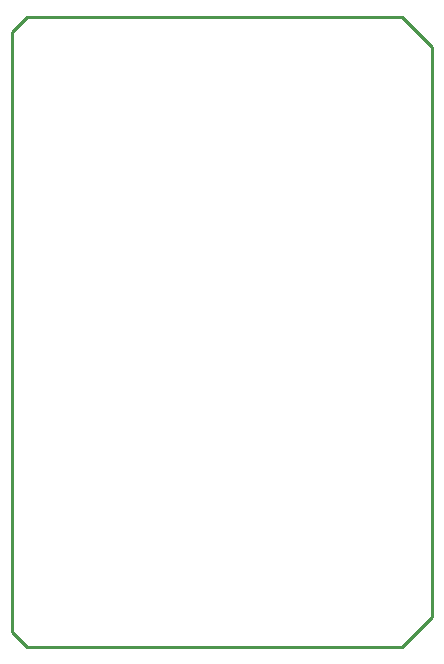
<source format=gbr>
G04 EAGLE Gerber RS-274X export*
G75*
%MOMM*%
%FSLAX34Y34*%
%LPD*%
%IN*%
%IPPOS*%
%AMOC8*
5,1,8,0,0,1.08239X$1,22.5*%
G01*
%ADD10C,0.254000*%


D10*
X0Y12700D02*
X12700Y0D01*
X330200Y0D01*
X355600Y25400D01*
X355600Y508000D01*
X330200Y533400D01*
X12700Y533400D01*
X0Y520700D01*
X0Y12700D01*
M02*

</source>
